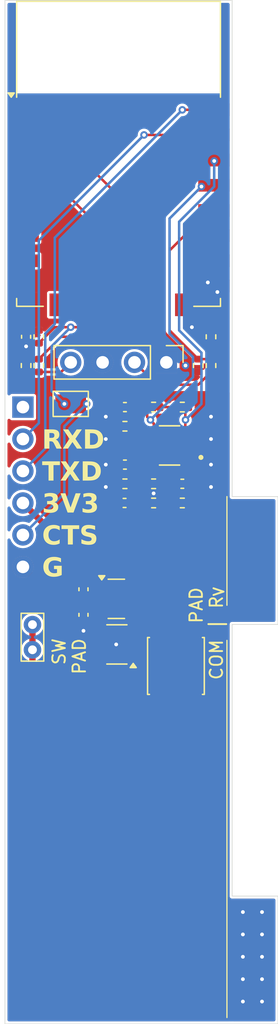
<source format=kicad_pcb>
(kicad_pcb (version 20240108) (generator "pcbnew") (generator_version "8.0")
  (layers (0 "F.Cu" signal) (31 "B.Cu" signal) (34 "B.Paste" user) (35 "F.Paste" user) (36 "B.SilkS" user "B.Silkscreen") (37 "F.SilkS" user "F.Silkscreen") (38 "B.Mask" user) (39 "F.Mask" user) (44 "Edge.Cuts" user))
  (net 0 "")
  (net 1 "/DIFFAMP/3v3")
  (net 2 "GND")
  (net 3 "/DIFFAMP/vdda")
  (net 4 "/ESP/ext")
  (net 5 "Net-(U3-VOUT)")
  (net 6 "/DIFFAMP/scl")
  (net 7 "/DIFFAMP/sda")
  (net 8 "Net-(J2-Pin_2)")
  (net 9 "Net-(L1-Pad1)")
  (net 10 "/DIFFAMP/wneg")
  (net 11 "/DIFFAMP/wpos")
  (net 12 "/ESP/en")
  (net 13 "/ESP/nRST")
  (net 14 "/ESP/G2")
  (net 15 "/ESP/G0")
  (net 23 "/ESP/conn_uart_rxd")
  (net 28 "/ESP/uart_cts")
  (net 29 "/ESP/conn_uart_txd")
  (net 30 "Net-(J2-Pin_4)")
  (net 31 "/ESP/G15")
  (net 34 "Net-(U3-SW)")
  (net 35 "Net-(R12-Pad2)")
  (net 36 "Net-(BT1-Pad-)")
  (net 37 "Net-(BT1-Pad+)")
  (footprint "Capacitor_SMD:C_0402_1005Metric" (layer "F.Cu") (at 138.43 90.424)
    (property "Reference" "C5" (hide yes))
    (property "Value" "C100n" (hide yes))
    (fp_line (start -0.107836 -0.36) (end 0.107836 -0.36) (stroke (width 0.12)) (layer "F.SilkS"))
    (fp_line (start -0.107836 0.36) (end 0.107836 0.36) (stroke (width 0.12)) (layer "F.SilkS"))
    (pad "1" smd roundrect (at -0.48 0) (size 0.56 0.62) (layers "F.Cu" "F.Paste" "F.Mask") (net 10 "/DIFFAMP/wneg"))
    (pad "2" smd roundrect (at 0.48 0) (size 0.56 0.62) (layers "F.Cu" "F.Paste" "F.Mask") (net 11 "/DIFFAMP/wpos"))
  )
  (footprint "Resistor_SMD:R_0402_1005Metric" (layer "F.Cu") (at 136.144 84.328)
    (property "Reference" "R3" (hide yes))
    (property "Value" "R4k7" (hide yes))
    (fp_line (start -0.153641 -0.38) (end 0.153641 -0.38) (stroke (width 0.12)) (layer "F.SilkS"))
    (fp_line (start -0.153641 0.38) (end 0.153641 0.38) (stroke (width 0.12)) (layer "F.SilkS"))
    (pad "1" smd roundrect (at -0.51 0) (size 0.54 0.64) (layers "F.Cu" "F.Paste" "F.Mask") (net 7 "/DIFFAMP/sda"))
    (pad "2" smd roundrect (at 0.51 0) (size 0.54 0.64) (layers "F.Cu" "F.Paste" "F.Mask") (net 1 "/DIFFAMP/3v3"))
  )
  (footprint "RF_Module:ESP-12E" (layer "F.Cu") (at 133.35 64.2)
    (property "Reference" "U1" (hide yes))
    (property "Value" "ESP-12F" (hide yes))
    (fp_line (start -8.12 -12.12) (end 8.12 -12.12) (stroke (width 0.12)) (layer "F.SilkS"))
    (fp_line (start -8.12 -4.5) (end -8.12 -12.12) (stroke (width 0.12)) (layer "F.SilkS"))
    (fp_line (start -8.12 12.12) (end -8.12 11.5) (stroke (width 0.12)) (layer "F.SilkS"))
    (fp_line (start -6 12.12) (end -8.12 12.12) (stroke (width 0.12)) (layer "F.SilkS"))
    (fp_line (start 8.12 -12.12) (end 8.12 -4.5) (stroke (width 0.12)) (layer "F.SilkS"))
    (fp_line (start 8.12 11.5) (end 8.12 12.12) (stroke (width 0.12)) (layer "F.SilkS"))
    (fp_line (start 8.12 12.12) (end 6 12.12) (stroke (width 0.12)) (layer "F.SilkS"))
    (fp_poly (pts (xy -8.55 -4.5) (xy -8.79 -4.836) (xy -8.31 -4.836) (xy -8.55 -4.5)) (stroke (width 0.12)) (fill solid) (layer "F.SilkS"))
    (pad "1" smd rect (at -7.6 -3.5) (size 2.5 1) (layers "F.Cu" "F.Paste" "F.Mask") (net 13 "/ESP/nRST"))
    (pad "2" smd rect (at -7.6 -1.5) (size 2.5 1) (layers "F.Cu" "F.Paste" "F.Mask"))
    (pad "3" smd rect (at -7.6 0.5) (size 2.5 1) (layers "F.Cu" "F.Paste" "F.Mask") (net 12 "/ESP/en"))
    (pad "4" smd rect (at -7.6 2.5) (size 2.5 1) (layers "F.Cu" "F.Paste" "F.Mask"))
    (pad "5" smd rect (at -7.6 4.5) (size 2.5 1) (layers "F.Cu" "F.Paste" "F.Mask"))
    (pad "6" smd rect (at -7.6 6.5) (size 2.5 1) (layers "F.Cu" "F.Paste" "F.Mask"))
    (pad "7" smd rect (at -7.6 8.5) (size 2.5 1) (layers "F.Cu" "F.Paste" "F.Mask"))
    (pad "8" smd rect (at -7.6 10.5) (size 2.5 1) (layers "F.Cu" "F.Paste" "F.Mask") (net 1 "/DIFFAMP/3v3"))
    (pad "9" smd rect (at -5 12) (size 1 1.8) (layers "F.Cu" "F.Paste" "F.Mask"))
    (pad "10" smd rect (at -3 12) (size 1 1.8) (layers "F.Cu" "F.Paste" "F.Mask"))
    (pad "11" smd rect (at -1 12) (size 1 1.8) (layers "F.Cu" "F.Paste" "F.Mask"))
    (pad "12" smd rect (at 1 12) (size 1 1.8) (layers "F.Cu" "F.Paste" "F.Mask"))
    (pad "13" smd rect (at 3 12) (size 1 1.8) (layers "F.Cu" "F.Paste" "F.Mask"))
    (pad "14" smd rect (at 5 12) (size 1 1.8) (layers "F.Cu" "F.Paste" "F.Mask"))
    (pad "15" smd rect (at 7.6 10.5) (size 2.5 1) (layers "F.Cu" "F.Paste" "F.Mask") (net 2 "GND"))
    (pad "16" smd rect (at 7.6 8.5) (size 2.5 1) (layers "F.Cu" "F.Paste" "F.Mask") (net 31 "/ESP/G15"))
    (pad "17" smd rect (at 7.6 6.5) (size 2.5 1) (layers "F.Cu" "F.Paste" "F.Mask") (net 14 "/ESP/G2"))
    (pad "18" smd rect (at 7.6 4.5) (size 2.5 1) (layers "F.Cu" "F.Paste" "F.Mask") (net 15 "/ESP/G0"))
    (pad "19" smd rect (at 7.6 2.5) (size 2.5 1) (layers "F.Cu" "F.Paste" "F.Mask") (net 7 "/DIFFAMP/sda"))
    (pad "20" smd rect (at 7.6 0.5) (size 2.5 1) (layers "F.Cu" "F.Paste" "F.Mask") (net 6 "/DIFFAMP/scl"))
    (pad "21" smd rect (at 7.6 -1.5) (size 2.5 1) (layers "F.Cu" "F.Paste" "F.Mask") (net 23 "/ESP/conn_uart_rxd"))
    (pad "22" smd rect (at 7.6 -3.5) (size 2.5 1) (layers "F.Cu" "F.Paste" "F.Mask") (net 29 "/ESP/conn_uart_txd"))
    (zone (net 0) (net_name "") (layers "*.Cu") (connect_pads (clearance 0)) (min_thickness 0.254)
      (keepout (tracks not_allowed) (vias not_allowed) (pads not_allowed) (copperpour not_allowed) (footprints not_allowed))
      (fill (thermal_gap 0.508) (thermal_bridge_width 0.508))
      (polygon (pts (xy 125.23 59.4) (xy 141.47 59.4) (xy 141.47 52.08) (xy 125.23 52.08)))
    )
  )
  (footprint "aaafootprintlib:BS-08-B2AA001" (layer "F.Cu") (at 134.62 118.11 90)
    (property "Reference" "BT1" (hide yes))
    (property "Value" "BS-08-B2AA001" (hide yes))
    (pad "+" smd rect (at 10.8 -1.4 90) (size 3.5 3.8) (layers "F.Cu" "F.Paste" "F.Mask") (net 37 "Net-(BT1-Pad+)"))
    (pad "-" smd rect (at -11 -1.4 90) (size 4.3 2.8) (layers "F.Cu" "F.Paste" "F.Mask") (net 36 "Net-(BT1-Pad-)"))
  )
  (footprint "Capacitor_SMD:C_0402_1005Metric" (layer "F.Cu") (at 133.858 88.9 180)
    (property "Reference" "C3" (hide yes))
    (property "Value" "C1u" (hide yes))
    (fp_line (start -0.107836 0.36) (end 0.107836 0.36) (stroke (width 0.12)) (layer "F.SilkS"))
    (fp_line (start -0.107836 -0.36) (end 0.107836 -0.36) (stroke (width 0.12)) (layer "F.SilkS"))
    (pad "1" smd roundrect (at -0.48 0 180) (size 0.56 0.62) (layers "F.Cu" "F.Paste" "F.Mask") (net 3 "/DIFFAMP/vdda"))
    (pad "2" smd roundrect (at 0.48 0 180) (size 0.56 0.62) (layers "F.Cu" "F.Paste" "F.Mask") (net 2 "GND"))
  )
  (footprint "Package_TO_SOT_SMD:SOT-23-5" (layer "F.Cu") (at 133.2175 103.19 180)
    (property "Reference" "U3" (hide yes))
    (property "Value" "TPS613221ADBV" (hide yes))
    (fp_line (start 0 1.56) (end 0.8 1.56) (stroke (width 0.12)) (layer "F.SilkS"))
    (fp_line (start 0 1.56) (end -0.8 1.56) (stroke (width 0.12)) (layer "F.SilkS"))
    (fp_line (start 0 -1.56) (end 0.8 -1.56) (stroke (width 0.12)) (layer "F.SilkS"))
    (fp_line (start 0 -1.56) (end -0.8 -1.56) (stroke (width 0.12)) (layer "F.SilkS"))
    (fp_poly (pts (xy -1.3 -1.51) (xy -1.54 -1.84) (xy -1.06 -1.84) (xy -1.3 -1.51)) (stroke (width 0.12)) (fill solid) (layer "F.SilkS"))
    (pad "1" smd roundrect (at -1.1375 -0.95 180) (size 1.325 0.6) (layers "F.Cu" "F.Paste" "F.Mask") (net 34 "Net-(U3-SW)"))
    (pad "2" smd roundrect (at -1.1375 0 180) (size 1.325 0.6) (layers "F.Cu" "F.Paste" "F.Mask") (net 2 "GND"))
    (pad "3" smd roundrect (at -1.1375 0.95 180) (size 1.325 0.6) (layers "F.Cu" "F.Paste" "F.Mask"))
    (pad "4" smd roundrect (at 1.1375 0.95 180) (size 1.325 0.6) (layers "F.Cu" "F.Paste" "F.Mask") (net 5 "Net-(U3-VOUT)"))
    (pad "5" smd roundrect (at 1.1375 -0.95 180) (size 1.325 0.6) (layers "F.Cu" "F.Paste" "F.Mask"))
  )
  (footprint "Resistor_SMD:R_0402_1005Metric" (layer "F.Cu") (at 133.858 85.852 180)
    (property "Reference" "R1" (hide yes))
    (property "Value" "R330" (hide yes))
    (fp_line (start -0.153641 0.38) (end 0.153641 0.38) (stroke (width 0.12)) (layer "F.SilkS"))
    (fp_line (start -0.153641 -0.38) (end 0.153641 -0.38) (stroke (width 0.12)) (layer "F.SilkS"))
    (pad "1" smd roundrect (at -0.51 0 180) (size 0.54 0.64) (layers "F.Cu" "F.Paste" "F.Mask") (net 1 "/DIFFAMP/3v3"))
    (pad "2" smd roundrect (at 0.51 0 180) (size 0.54 0.64) (layers "F.Cu" "F.Paste" "F.Mask") (net 9 "Net-(L1-Pad1)"))
  )
  (footprint "Capacitor_SMD:C_0402_1005Metric" (layer "F.Cu") (at 133.83 91.948 180)
    (property "Reference" "C2" (hide yes))
    (property "Value" "C100n" (hide yes))
    (fp_line (start -0.107836 0.36) (end 0.107836 0.36) (stroke (width 0.12)) (layer "F.SilkS"))
    (fp_line (start -0.107836 -0.36) (end 0.107836 -0.36) (stroke (width 0.12)) (layer "F.SilkS"))
    (pad "1" smd roundrect (at -0.48 0 180) (size 0.56 0.62) (layers "F.Cu" "F.Paste" "F.Mask") (net 3 "/DIFFAMP/vdda"))
    (pad "2" smd roundrect (at 0.48 0 180) (size 0.56 0.62) (layers "F.Cu" "F.Paste" "F.Mask") (net 2 "GND"))
  )
  (footprint "Resistor_SMD:R_0402_1005Metric" (layer "F.Cu") (at 127 81.026 -90)
    (property "Reference" "R11" (hide yes))
    (property "Value" "R330" (hide yes))
    (fp_line (start -0.153641 0.38) (end 0.153641 0.38) (stroke (width 0.12)) (layer "F.SilkS"))
    (fp_line (start -0.153641 -0.38) (end 0.153641 -0.38) (stroke (width 0.12)) (layer "F.SilkS"))
    (pad "1" smd roundrect (at -0.51 0 270) (size 0.54 0.64) (layers "F.Cu" "F.Paste" "F.Mask") (net 13 "/ESP/nRST"))
    (pad "2" smd roundrect (at 0.51 0 270) (size 0.54 0.64) (layers "F.Cu" "F.Paste" "F.Mask") (net 30 "Net-(J2-Pin_4)"))
  )
  (footprint "Capacitor_SMD:C_0402_1005Metric" (layer "F.Cu") (at 130.556 100.838 -90)
    (property "Reference" "C6" (hide yes))
    (property "Value" "C100n" (hide yes))
    (fp_line (start -0.107836 0.36) (end 0.107836 0.36) (stroke (width 0.12)) (layer "F.SilkS"))
    (fp_line (start -0.107836 -0.36) (end 0.107836 -0.36) (stroke (width 0.12)) (layer "F.SilkS"))
    (pad "1" smd roundrect (at -0.48 0 270) (size 0.56 0.62) (layers "F.Cu" "F.Paste" "F.Mask") (net 5 "Net-(U3-VOUT)"))
    (pad "2" smd roundrect (at 0.48 0 270) (size 0.56 0.62) (layers "F.Cu" "F.Paste" "F.Mask") (net 2 "GND"))
  )
  (footprint "Resistor_SMD:R_0402_1005Metric" (layer "F.Cu") (at 136.144 90.424 180)
    (property "Reference" "R5" (hide yes))
    (property "Value" "R22k" (hide yes))
    (fp_line (start -0.153641 0.38) (end 0.153641 0.38) (stroke (width 0.12)) (layer "F.SilkS"))
    (fp_line (start -0.153641 -0.38) (end 0.153641 -0.38) (stroke (width 0.12)) (layer "F.SilkS"))
    (pad "1" smd roundrect (at -0.51 0 180) (size 0.54 0.64) (layers "F.Cu" "F.Paste" "F.Mask") (net 10 "/DIFFAMP/wneg"))
    (pad "2" smd roundrect (at 0.51 0 180) (size 0.54 0.64) (layers "F.Cu" "F.Paste" "F.Mask") (net 2 "GND"))
  )
  (footprint "Resistor_SMD:R_0402_1005Metric" (layer "F.Cu") (at 138.43 91.948)
    (property "Reference" "R12" (hide yes))
    (property "Value" "R100R" (hide yes))
    (fp_line (start -0.153641 -0.38) (end 0.153641 -0.38) (stroke (width 0.12)) (layer "F.SilkS"))
    (fp_line (start -0.153641 0.38) (end 0.153641 0.38) (stroke (width 0.12)) (layer "F.SilkS"))
    (pad "1" smd roundrect (at -0.51 0) (size 0.54 0.64) (layers "F.Cu" "F.Paste" "F.Mask") (net 11 "/DIFFAMP/wpos"))
    (pad "2" smd roundrect (at 0.51 0) (size 0.54 0.64) (layers "F.Cu" "F.Paste" "F.Mask") (net 35 "Net-(R12-Pad2)"))
  )
  (footprint "Resistor_SMD:R_0402_1005Metric" (layer "F.Cu") (at 140.716 78.74 -90)
    (property "Reference" "R9" (hide yes))
    (property "Value" "R4k7" (hide yes))
    (fp_line (start -0.153641 0.38) (end 0.153641 0.38) (stroke (width 0.12)) (layer "F.SilkS"))
    (fp_line (start -0.153641 -0.38) (end 0.153641 -0.38) (stroke (width 0.12)) (layer "F.SilkS"))
    (pad "1" smd roundrect (at -0.51 0 270) (size 0.54 0.64) (layers "F.Cu" "F.Paste" "F.Mask") (net 31 "/ESP/G15"))
    (pad "2" smd roundrect (at 0.51 0 270) (size 0.54 0.64) (layers "F.Cu" "F.Paste" "F.Mask") (net 2 "GND"))
  )
  (footprint "Package_TO_SOT_SMD:SOT-23" (layer "F.Cu") (at 133.1745 99.568)
    (property "Reference" "D1" (hide yes))
    (property "Value" "BAT54C-7-F" (hide yes))
    (fp_line (start 0 -1.56) (end -0.65 -1.56) (stroke (width 0.12)) (layer "F.SilkS"))
    (fp_line (start 0 -1.56) (end 0.65 -1.56) (stroke (width 0.12)) (layer "F.SilkS"))
    (fp_line (start 0 1.56) (end -0.65 1.56) (stroke (width 0.12)) (layer "F.SilkS"))
    (fp_line (start 0 1.56) (end 0.65 1.56) (stroke (width 0.12)) (layer "F.SilkS"))
    (fp_poly (pts (xy -1.1625 -1.51) (xy -1.4025 -1.84) (xy -0.9225 -1.84) (xy -1.1625 -1.51)) (stroke (width 0.12)) (fill solid) (layer "F.SilkS"))
    (pad "1" smd roundrect (at -0.9375 -0.95) (size 1.475 0.6) (layers "F.Cu" "F.Paste" "F.Mask") (net 4 "/ESP/ext"))
    (pad "2" smd roundrect (at -0.9375 0.95) (size 1.475 0.6) (layers "F.Cu" "F.Paste" "F.Mask") (net 5 "Net-(U3-VOUT)"))
    (pad "3" smd roundrect (at 0.9375 0) (size 1.475 0.6) (layers "F.Cu" "F.Paste" "F.Mask") (net 1 "/DIFFAMP/3v3"))
  )
  (footprint "Connector_PinHeader_2.54mm:PinHeader_1x04_P2.54mm_Vertical" (layer "F.Cu") (at 137.16 80.772 -90)
    (property "Reference" "J2" (hide yes))
    (property "Value" "Conn_01x04_Pin" (hide yes))
    (fp_line (start -1.33 8.95) (end 1.33 8.95) (stroke (width 0.12)) (layer "F.SilkS"))
    (fp_line (start -1.33 1.27) (end -1.33 8.95) (stroke (width 0.12)) (layer "F.SilkS"))
    (fp_line (start -1.33 1.27) (end 1.33 1.27) (stroke (width 0.12)) (layer "F.SilkS"))
    (fp_line (start 1.33 1.27) (end 1.33 8.95) (stroke (width 0.12)) (layer "F.SilkS"))
    (fp_line (start -1.33 0) (end -1.33 -1.33) (stroke (width 0.12)) (layer "F.SilkS"))
    (fp_line (start -1.33 -1.33) (end 0 -1.33) (stroke (width 0.12)) (layer "F.SilkS"))
    (pad "1" thru_hole rect (at 0 0 270) (size 1.7 1.7) (drill 1) (layers "*.Cu" "*.Mask") (net 2 "GND"))
    (pad "2" thru_hole oval (at 0 2.54 270) (size 1.7 1.7) (drill 1) (layers "*.Cu" "*.Mask") (net 8 "Net-(J2-Pin_2)"))
    (pad "3" thru_hole oval (at 0 5.08 270) (size 1.7 1.7) (drill 1) (layers "*.Cu" "*.Mask") (net 2 "GND"))
    (pad "4" thru_hole oval (at 0 7.62 270) (size 1.7 1.7) (drill 1) (layers "*.Cu" "*.Mask") (net 30 "Net-(J2-Pin_4)"))
  )
  (footprint "Capacitor_SMD:C_0402_1005Metric" (layer "F.Cu") (at 130.556 98.806 -90)
    (property "Reference" "C7" (hide yes))
    (property "Value" "C100n" (hide yes))
    (fp_line (start -0.107836 0.36) (end 0.107836 0.36) (stroke (width 0.12)) (layer "F.SilkS"))
    (fp_line (start -0.107836 -0.36) (end 0.107836 -0.36) (stroke (width 0.12)) (layer "F.SilkS"))
    (pad "1" smd roundrect (at -0.48 0 270) (size 0.56 0.62) (layers "F.Cu" "F.Paste" "F.Mask") (net 4 "/ESP/ext"))
    (pad "2" smd roundrect (at 0.48 0 270) (size 0.56 0.62) (layers "F.Cu" "F.Paste" "F.Mask") (net 2 "GND"))
  )
  (footprint "Resistor_SMD:R_0402_1005Metric" (layer "F.Cu") (at 140.716 81.026 -90)
    (property "Reference" "R14" (hide yes))
    (property "Value" "R330" (hide yes))
    (fp_line (start -0.153641 0.38) (end 0.153641 0.38) (stroke (width 0.12)) (layer "F.SilkS"))
    (fp_line (start -0.153641 -0.38) (end 0.153641 -0.38) (stroke (width 0.12)) (layer "F.SilkS"))
    (pad "1" smd roundrect (at -0.51 0 270) (size 0.54 0.64) (layers "F.Cu" "F.Paste" "F.Mask") (net 15 "/ESP/G0"))
    (pad "2" smd roundrect (at 0.51 0 270) (size 0.54 0.64) (layers "F.Cu" "F.Paste" "F.Mask") (net 8 "Net-(J2-Pin_2)"))
  )
  (footprint "Resistor_SMD:R_0402_1005Metric" (layer "F.Cu") (at 127 78.74 90)
    (property "Reference" "R7" (hide yes))
    (property "Value" "R4k7" (hide yes))
    (fp_line (start -0.153641 -0.38) (end 0.153641 -0.38) (stroke (width 0.12)) (layer "F.SilkS"))
    (fp_line (start -0.153641 0.38) (end 0.153641 0.38) (stroke (width 0.12)) (layer "F.SilkS"))
    (pad "1" smd roundrect (at -0.51 0 90) (size 0.54 0.64) (layers "F.Cu" "F.Paste" "F.Mask") (net 12 "/ESP/en"))
    (pad "2" smd roundrect (at 0.51 0 90) (size 0.54 0.64) (layers "F.Cu" "F.Paste" "F.Mask") (net 1 "/DIFFAMP/3v3"))
  )
  (footprint "Capacitor_SMD:C_0402_1005Metric" (layer "F.Cu") (at 125.984 78.74 -90)
    (property "Reference" "C4" (hide yes))
    (property "Value" "C100n" (hide yes))
    (fp_line (start -0.107836 0.36) (end 0.107836 0.36) (stroke (width 0.12)) (layer "F.SilkS"))
    (fp_line (start -0.107836 -0.36) (end 0.107836 -0.36) (stroke (width 0.12)) (layer "F.SilkS"))
    (pad "1" smd roundrect (at -0.48 0 270) (size 0.56 0.62) (layers "F.Cu" "F.Paste" "F.Mask") (net 1 "/DIFFAMP/3v3"))
    (pad "2" smd roundrect (at 0.48 0 270) (size 0.56 0.62) (layers "F.Cu" "F.Paste" "F.Mask") (net 2 "GND"))
  )
  (footprint "TestPoint:TestPoint_Bridge_Pitch2.0mm_Drill0.7mm" (layer "F.Cu") (at 126.492 103.616 90)
    (property "Reference" "TP3" (hide yes))
    (property "Value" "TestPoint_latch" (hide yes))
    (fp_line (start 2.9 -0.9) (end -0.9 -0.9) (stroke (width 0.12)) (layer "F.SilkS"))
    (fp_line (start -0.9 -0.9) (end -0.9 0.9) (stroke (width 0.12)) (layer "F.SilkS"))
    (fp_line (start 2.9 0.9) (end 2.9 -0.9) (stroke (width 0.12)) (layer "F.SilkS"))
    (fp_line (start -0.9 0.9) (end 2.9 0.9) (stroke (width 0.12)) (layer "F.SilkS"))
    (pad "1" thru_hole circle (at 0 0 90) (size 1.4 1.4) (drill 0.7) (layers "*.Cu" "*.Mask") (net 36 "Net-(BT1-Pad-)"))
    (pad "1" thru_hole circle (at 2 0 90) (size 1.4 1.4) (drill 0.7) (layers "*.Cu" "*.Mask") (net 36 "Net-(BT1-Pad-)"))
  )
  (footprint "Capacitor_SMD:C_0402_1005Metric" (layer "F.Cu") (at 133.858 84.328 180)
    (property "Reference" "C1" (hide yes))
    (property "Value" "C100n" (hide yes))
    (fp_line (start -0.107836 0.36) (end 0.107836 0.36) (stroke (width 0.12)) (layer "F.SilkS"))
    (fp_line (start -0.107836 -0.36) (end 0.107836 -0.36) (stroke (width 0.12)) (layer "F.SilkS"))
    (pad "1" smd roundrect (at -0.48 0 180) (size 0.56 0.62) (layers "F.Cu" "F.Paste" "F.Mask") (net 1 "/DIFFAMP/3v3"))
    (pad "2" smd roundrect (at 0.48 0 180) (size 0.56 0.62) (layers "F.Cu" "F.Paste" "F.Mask") (net 2 "GND"))
  )
  (footprint "Resistor_SMD:R_0402_1005Metric" (layer "F.Cu") (at 139.7 81.026 90)
    (property "Reference" "R13" (hide yes))
    (property "Value" "R22k" (hide yes))
    (fp_line (start -0.153641 -0.38) (end 0.153641 -0.38) (stroke (width 0.12)) (layer "F.SilkS"))
    (fp_line (start -0.153641 0.38) (end 0.153641 0.38) (stroke (width 0.12)) (layer "F.SilkS"))
    (pad "1" smd roundrect (at -0.51 0 90) (size 0.54 0.64) (layers "F.Cu" "F.Paste" "F.Mask") (net 1 "/DIFFAMP/3v3"))
    (pad "2" smd roundrect (at 0.51 0 90) (size 0.54 0.64) (layers "F.Cu" "F.Paste" "F.Mask") (net 15 "/ESP/G0"))
  )
  (footprint "Resistor_SMD:R_0402_1005Metric" (layer "F.Cu") (at 125.984 81.026 -90)
    (property "Reference" "R15" (hide yes))
    (property "Value" "R22k" (hide yes))
    (fp_line (start -0.153641 0.38) (end 0.153641 0.38) (stroke (width 0.12)) (layer "F.SilkS"))
    (fp_line (start -0.153641 -0.38) (end 0.153641 -0.38) (stroke (width 0.12)) (layer "F.SilkS"))
    (pad "1" smd roundrect (at -0.51 0 270) (size 0.54 0.64) (layers "F.Cu" "F.Paste" "F.Mask") (net 13 "/ESP/nRST"))
    (pad "2" smd roundrect (at 0.51 0 270) (size 0.54 0.64) (layers "F.Cu" "F.Paste" "F.Mask") (net 1 "/DIFFAMP/3v3"))
  )
  (footprint "Connector_PinHeader_2.54mm:PinHeader_1x06_P2.54mm_Vertical" (layer "F.Cu") (at 125.73 84.328)
    (property "Reference" "J1" (hide yes))
    (property "Value" "Conn_01x06_Pin" (hide yes))
    (pad "1" thru_hole rect (at 0 0) (size 1.7 1.7) (drill 1) (layers "*.Cu" "*.Mask"))
    (pad "2" thru_hole oval (at 0 2.54) (size 1.7 1.7) (drill 1) (layers "*.Cu" "*.Mask") (net 23 "/ESP/conn_uart_rxd"))
    (pad "3" thru_hole oval (at 0 5.08) (size 1.7 1.7) (drill 1) (layers "*.Cu" "*.Mask") (net 29 "/ESP/conn_uart_txd"))
    (pad "4" thru_hole oval (at 0 7.62) (size 1.7 1.7) (drill 1) (layers "*.Cu" "*.Mask") (net 4 "/ESP/ext"))
    (pad "5" thru_hole oval (at 0 10.16) (size 1.7 1.7) (drill 1) (layers "*.Cu" "*.Mask") (net 28 "/ESP/uart_cts"))
    (pad "6" thru_hole oval (at 0 12.7) (size 1.7 1.7) (drill 1) (layers "*.Cu" "*.Mask") (net 2 "GND"))
  )
  (footprint "Resistor_SMD:R_0402_1005Metric" (layer "F.Cu") (at 133.858 90.424)
    (property "Reference" "R4" (hide yes))
    (property "Value" "R68k" (hide yes))
    (fp_line (start -0.153641 -0.38) (end 0.153641 -0.38) (stroke (width 0.12)) (layer "F.SilkS"))
    (fp_line (start -0.153641 0.38) (end 0.153641 0.38) (stroke (width 0.12)) (layer "F.SilkS"))
    (pad "1" smd roundrect (at -0.51 0) (size 0.54 0.64) (layers "F.Cu" "F.Paste" "F.Mask") (net 3 "/DIFFAMP/vdda"))
    (pad "2" smd roundrect (at 0.51 0) (size 0.54 0.64) (layers "F.Cu" "F.Paste" "F.Mask") (net 10 "/DIFFAMP/wneg"))
  )
  (footprint "Resistor_SMD:R_0402_1005Metric" (layer "F.Cu") (at 138.43 84.328 180)
    (property "Reference" "R2" (hide yes))
    (property "Value" "R4k7" (hide yes))
    (fp_line (start -0.153641 0.38) (end 0.153641 0.38) (stroke (width 0.12)) (layer "F.SilkS"))
    (fp_line (start -0.153641 -0.38) (end 0.153641 -0.38) (stroke (width 0.12)) (layer "F.SilkS"))
    (pad "1" smd roundrect (at -0.51 0 180) (size 0.54 0.64) (layers "F.Cu" "F.Paste" "F.Mask") (net 6 "/DIFFAMP/scl"))
    (pad "2" smd roundrect (at 0.51 0 180) (size 0.54 0.64) (layers "F.Cu" "F.Paste" "F.Mask") (net 1 "/DIFFAMP/3v3"))
  )
  (footprint "Inductor_SMD:L_0402_1005Metric" (layer "F.Cu") (at 133.858 87.376)
    (property "Reference" "L1" (hide yes))
    (property "Value" "Lf" (hide yes))
    (pad "1" smd roundrect (at -0.485 0) (size 0.59 0.64) (layers "F.Cu" "F.Paste" "F.Mask") (net 9 "Net-(L1-Pad1)"))
    (pad "2" smd roundrect (at 0.485 0) (size 0.59 0.64) (layers "F.Cu" "F.Paste" "F.Mask") (net 3 "/DIFFAMP/vdda"))
  )
  (footprint "aaafootprintlib:SOT95P280X145-6N" (layer "F.Cu") (at 137.414 87.376 180)
    (property "Reference" "U2" (hide yes))
    (property "Value" "ADS1110A0IDBVR" (hide yes))
    (fp_line (start 0.8 -1.56) (end -0.8 -1.56) (stroke (width 0.127)) (layer "F.SilkS"))
    (fp_line (start -0.8 1.56) (end 0.8 1.56) (stroke (width 0.127)) (layer "F.SilkS"))
    (fp_circle (center -2.5 -0.95) (end -2.4 -0.95) (stroke (width 0.2)) (fill none) (layer "F.SilkS"))
    (pad "1" smd roundrect (at -1.255 -0.95 180) (size 1.21 0.58) (layers "F.Cu" "F.Paste" "F.Mask") (roundrect_rratio 0.125) (net 11 "/DIFFAMP/wpos"))
    (pad "2" smd roundrect (at -1.255 0 180) (size 1.21 0.58) (layers "F.Cu" "F.Paste" "F.Mask") (roundrect_rratio 0.125) (net 2 "GND"))
    (pad "3" smd roundrect (at -1.255 0.95 180) (size 1.21 0.58) (layers "F.Cu" "F.Paste" "F.Mask") (roundrect_rratio 0.125) (net 6 "/DIFFAMP/scl"))
    (pad "4" smd roundrect (at 1.255 0.95 180) (size 1.21 0.58) (layers "F.Cu" "F.Paste" "F.Mask") (roundrect_rratio 0.125) (net 7 "/DIFFAMP/sda"))
    (pad "5" smd roundrect (at 1.255 0 180) (size 1.21 0.58) (layers "F.Cu" "F.Paste" "F.Mask") (roundrect_rratio 0.125) (net 1 "/DIFFAMP/3v3"))
    (pad "6" smd roundrect (at 1.255 -0.95 180) (size 1.21 0.58) (layers "F.Cu" "F.Paste" "F.Mask") (roundrect_rratio 0.125) (net 10 "/DIFFAMP/wneg"))
  )
  (footprint "Jumper:SolderJumper-2_P1.3mm_Open_TrianglePad1.0x1.5mm" (layer "F.Cu") (at 129.54 84.074)
    (property "Reference" "JP1" (hide yes))
    (property "Value" "Jumper_2_Open" (hide yes))
    (fp_line (start -1.4 -1) (end 1.4 -1) (stroke (width 0.12)) (layer "F.SilkS"))
    (fp_line (start -1.4 1) (end -1.4 -1) (stroke (width 0.12)) (layer "F.SilkS"))
    (fp_line (start 1.4 -1) (end 1.4 1) (stroke (width 0.12)) (layer "F.SilkS"))
    (fp_line (start 1.4 1) (end -1.4 1) (stroke (width 0.12)) (layer "F.SilkS"))
    (pad "1" smd custom (at -0.725 0) (size 0.3 0.3) (layers "F.Cu" "F.Mask") (net 12 "/ESP/en") (options (clearance outline) (anchor rect)) (primitives (gr_poly (pts (xy 1 0) (xy 0.5 0.75) (xy -0.5 0.75) (xy -0.5 -0.75) (xy 0.5 -0.75)) (width 0) (fill yes))))
    (pad "2" smd custom (at 0.725 0) (size 0.3 0.3) (layers "F.Cu" "F.Mask") (net 28 "/ESP/uart_cts") (options (clearance outline) (anchor rect)) (primitives (gr_poly (pts (xy 0.5 0.75) (xy -0.65 0.75) (xy -0.15 0) (xy -0.65 -0.75) (xy 0.5 -0.75)) (width 0) (fill yes))))
  )
  (footprint "Inductor_SMD:L_Changjiang_FNR4030S" (layer "F.Cu") (at 137.922 104.902 90)
    (property "Reference" "L2" (hide yes))
    (property "Value" "FNR4030S4R7MT" (hide yes))
    (fp_line (start 2.26 -2.26) (end 2.26 -2.11) (stroke (width 0.12)) (layer "F.SilkS"))
    (fp_line (start -2.26 -2.26) (end 2.26 -2.26) (stroke (width 0.12)) (layer "F.SilkS"))
    (fp_line (start -2.26 -2.26) (end -2.26 -2.11) (stroke (width 0.12)) (layer "F.SilkS"))
    (fp_line (start 2.26 2.26) (end 2.26 2.11) (stroke (width 0.12)) (layer "F.SilkS"))
    (fp_line (start -2.26 2.26) (end -2.26 2.11) (stroke (width 0.12)) (layer "F.SilkS"))
    (fp_line (start -2.26 2.26) (end 2.26 2.26) (stroke (width 0.12)) (layer "F.SilkS"))
    (pad "1" smd rect (at -1.5 0 90) (size 1.1 3.7) (layers "F.Cu" "F.Paste" "F.Mask") (net 37 "Net-(BT1-Pad+)"))
    (pad "2" smd rect (at 1.5 0 90) (size 1.1 3.7) (layers "F.Cu" "F.Paste" "F.Mask") (net 34 "Net-(U3-SW)"))
  )
  (footprint "Resistor_SMD:R_0402_1005Metric" (layer "F.Cu") (at 136.144 91.948)
    (property "Reference" "R6" (hide yes))
    (property "Value" "R47k" (hide yes))
    (fp_line (start -0.153641 -0.38) (end 0.153641 -0.38) (stroke (width 0.12)) (layer "F.SilkS"))
    (fp_line (start -0.153641 0.38) (end 0.153641 0.38) (stroke (width 0.12)) (layer "F.SilkS"))
    (pad "1" smd roundrect (at -0.51 0) (size 0.54 0.64) (layers "F.Cu" "F.Paste" "F.Mask") (net 3 "/DIFFAMP/vdda"))
    (pad "2" smd roundrect (at 0.51 0) (size 0.54 0.64) (layers "F.Cu" "F.Paste" "F.Mask") (net 11 "/DIFFAMP/wpos"))
  )
  (gr_line (start 141.986 102.87) (end 141.986 132.842) (stroke (width 0.1)) (layer "F.SilkS"))
  (gr_line (start 141.986 100.076) (end 141.986 91.44) (stroke (width 0.1)) (layer "F.SilkS"))
  (gr_line (start 142.4 52) (end 124.3 52) (stroke (width 0.05)) (layer "Edge.Cuts"))
  (gr_line (start 142.4 123.19) (end 146.05 123.19) (stroke (width 0.05)) (layer "Edge.Cuts"))
  (gr_line (start 124.3 52) (end 124.3 133.35) (stroke (width 0.05)) (layer "Edge.Cuts"))
  (gr_line (start 142.4 52) (end 142.4 91.44) (stroke (width 0.05)) (layer "Edge.Cuts"))
  (gr_line (start 142.4 91.44) (end 146.05 91.44) (stroke (width 0.05)) (layer "Edge.Cuts"))
  (gr_line (start 142.4 101.6) (end 146.05 101.6) (stroke (width 0.05)) (layer "Edge.Cuts"))
  (gr_line (start 142.4 101.6) (end 142.4 123.19) (stroke (width 0.05)) (layer "Edge.Cuts"))
  (gr_line (start 146.05 91.44) (end 146.05 101.6) (stroke (width 0.05)) (layer "Edge.Cuts"))
  (gr_line (start 124.3 133.35) (end 146.05 133.35) (stroke (width 0.05)) (layer "Edge.Cuts"))
  (gr_line (start 146.05 133.35) (end 146.05 123.19) (stroke (width 0.05)) (layer "Edge.Cuts"))
  (gr_text "RXD" (at 127.254 87.884 0) (layer "F.SilkS") (effects (font (size 1.5 1.5) (thickness 0.3) (bold yes)) (justify left bottom)))
  (gr_text "TXD" (at 127.254 90.424 0) (layer "F.SilkS") (effects (font (size 1.5 1.5) (thickness 0.3) (bold yes)) (justify left bottom)))
  (gr_text "3V3" (at 127.254 92.964 0) (layer "F.SilkS") (effects (font (size 1.5 1.5) (thickness 0.3) (bold yes)) (justify left bottom)))
  (gr_text "PAD\nCOM | R_{V}" (at 141.732 98.552 90) (layer "F.SilkS") (effects (font (size 1 1)) (justify right bottom)))
  (gr_text "G\n" (at 127.254 98.044 0) (layer "F.SilkS") (effects (font (size 1.5 1.5) (thickness 0.3) (bold yes)) (justify left bottom)))
  (gr_text "CTS" (at 127.254 95.504 0) (layer "F.SilkS") (effects (font (size 1.5 1.5) (thickness 0.3) (bold yes)) (justify left bottom)))
  (gr_text "SW\nPAD" (at 130.81 102.616 90) (layer "F.SilkS") (effects (font (size 1 1)) (justify right bottom)))
  (segment (start 136.654 84.328) (end 137.92 84.328) (width 0.2) (layer "F.Cu") (net 1))
  (segment (start 125.984 78.26) (end 125.702 78.26) (width 0.2) (layer "F.Cu") (net 1))
  (segment (start 139.194 81.536) (end 139.7 81.536) (width 0.2) (layer "F.Cu") (net 1))
  (segment (start 134.874 83.312) (end 135.638 83.312) (width 0.2) (layer "F.Cu") (net 1))
  (segment (start 125.222 78.74) (end 125.222 81.027) (width 0.2) (layer "F.Cu") (net 1))
  (segment (start 125.702 78.26) (end 125.222 78.74) (width 0.2) (layer "F.Cu") (net 1))
  (segment (start 127 78.23) (end 126.014 78.23) (width 0.2) (layer "F.Cu") (net 1))
  (segment (start 134.338 83.848) (end 134.874 83.312) (width 0.2) (layer "F.Cu") (net 1))
  (segment (start 134.338 85.822) (end 134.368 85.852) (width 0.2) (layer "F.Cu") (net 1))
  (segment (start 134.368 85.913802) (end 134.368 85.852) (width 0.2) (layer "F.Cu") (net 1))
  (segment (start 136.159 87.376) (end 135.830198 87.376) (width 0.2) (layer "F.Cu") (net 1))
  (segment (start 138.684 81.026) (end 139.194 81.536) (width 0.2) (layer "F.Cu") (net 1))
  (segment (start 125.222 81.027) (end 125.731 81.536) (width 0.2) (layer "F.Cu") (net 1))
  (segment (start 126.014 78.23) (end 125.984 78.26) (width 0.2) (layer "F.Cu") (net 1))
  (segment (start 125.731 81.536) (end 125.984 81.536) (width 0.2) (layer "F.Cu") (net 1))
  (segment (start 135.638 83.312) (end 136.654 84.328) (width 0.2) (layer "F.Cu") (net 1))
  (segment (start 134.338 84.328) (end 134.338 83.848) (width 0.2) (layer "F.Cu") (net 1))
  (segment (start 134.338 84.328) (end 134.338 85.822) (width 0.2) (layer "F.Cu") (net 1))
  (segment (start 135.830198 87.376) (end 134.368 85.913802) (width 0.2) (layer "F.Cu") (net 1))
  (via (at 138.684 81.026) (size 0.6) (drill 0.3) (layers "F.Cu" "B.Cu") (net 1))
  (segment (start 130.556 101.318) (end 130.556 102.108) (width 0.5) (layer "F.Cu") (net 2))
  (segment (start 136.144 91.186) (end 136.144 90.934) (width 0.2) (layer "F.Cu") (net 2))
  (segment (start 129.796 100.867999) (end 129.796 99.286) (width 0.5) (layer "F.Cu") (net 2))
  (segment (start 133.162 103.19) (end 131.514816 103.19) (width 0.5) (layer "F.Cu") (net 2))
  (segment (start 127.988 99.286) (end 125.73 97.028) (width 0.5) (layer "F.Cu") (net 2))
  (segment (start 129.796 99.286) (end 130.556 99.286) (width 0.5) (layer "F.Cu") (net 2))
  (segment (start 130.556 99.286) (end 127.988 99.286) (width 0.5) (layer "F.Cu") (net 2))
  (segment (start 136.144 90.934) (end 135.634 90.424) (width 0.2) (layer "F.Cu") (net 2))
  (segment (start 140.464 79.25) (end 140.716 79.25) (width 0.2) (layer "F.Cu") (net 2))
  (segment (start 130.246001 101.318) (end 129.796 100.867999) (width 0.5) (layer "F.Cu") (net 2))
  (segment (start 133.162 103.19) (end 134.355 103.19) (width 0.5) (layer "F.Cu") (net 2))
  (segment (start 130.556 101.318) (end 130.246001 101.318) (width 0.5) (layer "F.Cu") (net 2))
  (segment (start 130.556 102.231184) (end 130.556 102.108) (width 0.5) (layer "F.Cu") (net 2))
  (segment (start 131.514816 103.19) (end 130.556 102.231184) (width 0.5) (layer "F.Cu") (net 2))
  (segment (start 139.192 77.978) (end 140.464 79.25) (width 0.2) (layer "F.Cu") (net 2))
  (via (at 132.334 86.868) (size 0.6) (drill 0.3) (layers "F.Cu" "B.Cu") (net 2))
  (via (at 144.78 126.238) (size 0.6) (drill 0.3) (layers "F.Cu" "B.Cu") (net 2))
  (via (at 144.78 124.46) (size 0.6) (drill 0.3) (layers "F.Cu" "B.Cu") (net 2))
  (via (at 144.78 131.572) (size 0.6) (drill 0.3) (layers "F.Cu" "B.Cu") (net 2))
  (via (at 132.334 90.678) (size 0.6) (drill 0.3) (layers "F.Cu" "B.Cu") (net 2))
  (via (at 141.224 75.184) (size 0.6) (drill 0.3) (layers "F.Cu" "B.Cu") (net 2))
  (via (at 132.334 88.9) (size 0.6) (drill 0.3) (layers "F.Cu" "B.Cu") (net 2))
  (via (at 144.78 129.794) (size 0.6) (drill 0.3) (layers "F.Cu" "B.Cu") (net 2))
  (via (at 136.144 91.186) (size 0.6) (drill 0.3) (layers "F.Cu" "B.Cu") (net 2))
  (via (at 140.462 74.422) (size 0.6) (drill 0.3) (layers "F.Cu" "B.Cu") (net 2))
  (via (at 144.78 128.016) (size 0.6) (drill 0.3) (layers "F.Cu" "B.Cu") (net 2))
  (via (at 140.716 90.678) (size 0.6) (drill 0.3) (layers "F.Cu" "B.Cu") (net 2))
  (via (at 133.162 103.19) (size 0.6) (drill 0.3) (layers "F.Cu" "B.Cu") (net 2))
  (via (at 125.984 79.502) (size 0.6) (drill 0.3) (layers "F.Cu" "B.Cu") (net 2))
  (via (at 143.256 129.794) (size 0.6) (drill 0.3) (layers "F.Cu" "B.Cu") (net 2))
  (via (at 143.256 126.238) (size 0.6) (drill 0.3) (layers "F.Cu" "B.Cu") (net 2))
  (via (at 139.192 77.978) (size 0.6) (drill 0.3) (layers "F.Cu" "B.Cu") (net 2))
  (via (at 132.334 85.09) (size 0.6) (drill 0.3) (layers "F.Cu" "B.Cu") (net 2))
  (via (at 140.716 86.868) (size 0.6) (drill 0.3) (layers "F.Cu" "B.Cu") (net 2))
  (via (at 130.556 102.108) (size 0.6) (drill 0.3) (layers "F.Cu" "B.Cu") (net 2))
  (via (at 140.716 85.09) (size 0.6) (drill 0.3) (layers "F.Cu" "B.Cu") (net 2))
  (via (at 140.716 88.9) (size 0.6) (drill 0.3) (layers "F.Cu" "B.Cu") (net 2))
  (via (at 143.256 124.46) (size 0.6) (drill 0.3) (layers "F.Cu" "B.Cu") (net 2))
  (via (at 143.256 128.016) (size 0.6) (drill 0.3) (layers "F.Cu" "B.Cu") (net 2))
  (via (at 143.256 131.572) (size 0.6) (drill 0.3) (layers "F.Cu" "B.Cu") (net 2))
  (segment (start 134.338 88.9) (end 134.338 87.381) (width 0.2) (layer "F.Cu") (net 3))
  (segment (start 133.348 89.89) (end 134.338 88.9) (width 0.2) (layer "F.Cu") (net 3))
  (segment (start 134.31 91.386) (end 133.348 90.424) (width 0.2) (layer "F.Cu") (net 3))
  (segment (start 134.31 91.948) (end 135.634 91.948) (width 0.2) (layer "F.Cu") (net 3))
  (segment (start 134.338 87.381) (end 134.343 87.376) (width 0.2) (layer "F.Cu") (net 3))
  (segment (start 134.31 91.948) (end 134.31 91.386) (width 0.2) (layer "F.Cu") (net 3))
  (segment (start 133.348 89.916) (end 133.348 90.424) (width 0.2) (layer "F.Cu") (net 3))
  (segment (start 130.556 98.326) (end 130.556 96.774) (width 0.5) (layer "F.Cu") (net 4))
  (segment (start 131.945 98.326) (end 130.556 98.326) (width 0.5) (layer "F.Cu") (net 4))
  (segment (start 132.237 98.618) (end 131.945 98.326) (width 0.5) (layer "F.Cu") (net 4))
  (segment (start 130.556 96.774) (end 125.73 91.948) (width 0.5) (layer "F.Cu") (net 4))
  (segment (start 132.08 102.24) (end 132.08 100.675) (width 0.5) (layer "F.Cu") (net 5))
  (segment (start 132.077 100.358) (end 132.237 100.518) (width 0.5) (layer "F.Cu") (net 5))
  (segment (start 132.08 100.675) (end 132.237 100.518) (width 0.5) (layer "F.Cu") (net 5))
  (segment (start 130.556 100.358) (end 132.077 100.358) (width 0.5) (layer "F.Cu") (net 5))
  (segment (start 138.669 84.599) (end 138.94 84.328) (width 0.2) (layer "F.Cu") (net 6))
  (segment (start 138.669 85.359) (end 138.684 85.344) (width 0.2) (layer "F.Cu") (net 6))
  (segment (start 138.684 85.344) (end 138.669 85.329) (width 0.2) (layer "F.Cu") (net 6))
  (segment (start 138.669 85.329) (end 138.669 84.599) (width 0.2) (layer "F.Cu") (net 6))
  (segment (start 138.669 86.426) (end 138.669 85.359) (width 0.2) (layer "F.Cu") (net 6))
  (via (at 140.97 64.77) (size 0.6) (drill 0.3) (layers "F.Cu" "B.Cu") (net 6))
  (via (at 138.684 85.344) (size 0.6) (drill 0.3) (layers "F.Cu" "B.Cu") (net 6))
  (segment (start 139.954 80.01) (end 138.176 78.232) (width 0.2) (layer "B.Cu") (net 6))
  (segment (start 139.954 84.074) (end 139.954 80.01) (width 0.2) (layer "B.Cu") (net 6))
  (segment (start 138.684 85.344) (end 139.954 84.074) (width 0.2) (layer "B.Cu") (net 6))
  (segment (start 138.176 69.596) (end 140.97 66.802) (width 0.2) (layer "B.Cu") (net 6))
  (segment (start 138.176 78.232) (end 138.176 69.596) (width 0.2) (layer "B.Cu") (net 6))
  (segment (start 140.97 66.802) (end 140.97 64.77) (width 0.2) (layer "B.Cu") (net 6))
  (segment (start 135.8645 85.344) (end 135.634 85.1135) (width 0.2) (layer "F.Cu") (net 7))
  (segment (start 135.634 85.1135) (end 135.634 84.328) (width 0.2) (layer "F.Cu") (net 7))
  (segment (start 135.89 85.3695) (end 135.89 85.344) (width 0.2) (layer "F.Cu") (net 7))
  (segment (start 136.159 86.426) (end 136.159 85.6385) (width 0.2) (layer "F.Cu") (net 7))
  (segment (start 135.89 85.344) (end 135.8645 85.344) (width 0.2) (layer "F.Cu") (net 7))
  (segment (start 136.159 85.6385) (end 135.89 85.3695) (width 0.2) (layer "F.Cu") (net 7))
  (via (at 135.89 85.344) (size 0.6) (drill 0.3) (layers "F.Cu" "B.Cu") (net 7))
  (via (at 139.954 66.802) (size 0.6) (drill 0.3) (layers "F.Cu" "B.Cu") (net 7))
  (segment (start 139.284 80.356) (end 137.414 78.486) (width 0.2) (layer "B.Cu") (net 7))
  (segment (start 139.284 81.95) (end 139.284 80.356) (width 0.2) (layer "B.Cu") (net 7))
  (segment (start 137.414 78.486) (end 137.414 69.342) (width 0.2) (layer "B.Cu") (net 7))
  (segment (start 137.414 69.342) (end 139.954 66.802) (width 0.2) (layer "B.Cu") (net 7))
  (segment (start 135.89 85.344) (end 139.284 81.95) (width 0.2) (layer "B.Cu") (net 7))
  (segment (start 139.702 82.55) (end 140.716 81.536) (width 0.2) (layer "F.Cu") (net 8))
  (segment (start 136.398 82.55) (end 139.702 82.55) (width 0.2) (layer "F.Cu") (net 8))
  (segment (start 134.62 80.772) (end 136.398 82.55) (width 0.2) (layer "F.Cu") (net 8))
  (segment (start 133.373 85.877) (end 133.348 85.852) (width 0.2) (layer "F.Cu") (net 9))
  (segment (start 133.373 87.376) (end 133.373 85.877) (width 0.2) (layer "F.Cu") (net 9))
  (segment (start 136.654 90.424) (end 136.654 88.821) (width 0.2) (layer "F.Cu") (net 10))
  (segment (start 136.654 90.424) (end 136.654 89.408) (width 0.2) (layer "F.Cu") (net 10))
  (segment (start 137.95 90.424) (end 136.654 90.424) (width 0.2) (layer "F.Cu") (net 10))
  (segment (start 136.654 89.408) (end 135.384 89.408) (width 0.2) (layer "F.Cu") (net 10))
  (segment (start 135.384 89.408) (end 134.368 90.424) (width 0.2) (layer "F.Cu") (net 10))
  (segment (start 136.654 88.821) (end 136.159 88.326) (width 0.2) (layer "F.Cu") (net 10))
  (segment (start 138.91 90.424) (end 138.91 90.958) (width 0.2) (layer "F.Cu") (net 11))
  (segment (start 138.91 90.424) (end 138.91 88.567) (width 0.2) (layer "F.Cu") (net 11))
  (segment (start 136.654 91.948) (end 137.92 91.948) (width 0.2) (layer "F.Cu") (net 11))
  (segment (start 138.91 90.958) (end 137.92 91.948) (width 0.2) (layer "F.Cu") (net 11))
  (segment (start 138.91 88.567) (end 138.669 88.326) (width 0.2) (layer "F.Cu") (net 11))
  (segment (start 126.5 64.7) (end 125.75 64.7) (width 0.2) (layer "F.Cu") (net 12))
  (segment (start 128.272 77.978) (end 132.842 77.978) (width 0.2) (layer "F.Cu") (net 12))
  (segment (start 132.842 77.978) (end 133.35 77.47) (width 0.2) (layer "F.Cu") (net 12))
  (segment (start 127 79.25) (end 128.272 77.978) (width 0.2) (layer "F.Cu") (net 12))
  (segment (start 133.35 77.47) (end 133.35 71.55) (width 0.2) (layer "F.Cu") (net 12))
  (segment (start 133.35 71.55) (end 126.5 64.7) (width 0.2) (layer "F.Cu") (net 12))
  (via (at 129.54 77.978) (size 0.6) (drill 0.3) (layers "F.Cu" "B.Cu") (net 12))
  (via (at 129.032 84.074) (size 0.6) (drill 0.3) (layers "F.Cu" "B.Cu") (net 12))
  (segment (start 129.032 84.074) (end 128.016 83.058) (width 0.2) (layer "B.Cu") (net 12))
  (segment (start 128.016 83.058) (end 128.016 79.502) (width 0.2) (layer "B.Cu") (net 12))
  (segment (start 128.016 79.502) (end 129.54 77.978) (width 0.2) (layer "B.Cu") (net 12))
  (segment (start 135.382 69.582) (end 126.5 60.7) (width 0.2) (layer "F.Cu") (net 13))
  (segment (start 128.776 78.74) (end 134.112 78.74) (width 0.2) (layer "F.Cu") (net 13))
  (segment (start 135.382 77.47) (end 135.382 69.582) (width 0.2) (layer "F.Cu") (net 13))
  (segment (start 127 80.516) (end 128.776 78.74) (width 0.2) (layer "F.Cu") (net 13))
  (segment (start 134.112 78.74) (end 135.382 77.47) (width 0.2) (layer "F.Cu") (net 13))
  (segment (start 125.984 80.516) (end 127 80.516) (width 0.2) (layer "F.Cu") (net 13))
  (segment (start 126.5 60.7) (end 125.75 60.7) (width 0.2) (layer "F.Cu") (net 13))
  (segment (start 140.596 68.7) (end 140.95 68.7) (width 0.2) (layer "F.Cu") (net 15))
  (segment (start 137.414 78.23) (end 137.414 71.882) (width 0.2) (layer "F.Cu") (net 15))
  (segment (start 140.716 80.516) (end 139.7 80.516) (width 0.2) (layer "F.Cu") (net 15))
  (segment (start 137.414 71.882) (end 140.596 68.7) (width 0.2) (layer "F.Cu") (net 15))
  (segment (start 139.7 80.516) (end 137.414 78.23) (width 0.2) (layer "F.Cu") (net 15))
  (segment (start 125.73 86.868) (end 125.984 86.868) (width 0.2) (layer "F.Cu") (net 23))
  (segment (start 135.382 62.7) (end 140.95 62.7) (width 0.2) (layer "F.Cu") (net 23))
  (via (at 135.382 62.7) (size 0.6) (drill 0.3) (layers "F.Cu" "B.Cu") (net 23))
  (segment (start 135.382 62.7) (end 127 71.082) (width 0.2) (layer "B.Cu") (net 23))
  (segment (start 127 71.082) (end 127 85.598) (width 0.2) (layer "B.Cu") (net 23))
  (segment (start 127 85.598) (end 125.73 86.868) (width 0.2) (layer "B.Cu") (net 23))
  (via (at 130.81 84.074) (size 0.6) (drill 0.3) (layers "F.Cu" "B.Cu") (net 28))
  (segment (start 125.73 94.488) (end 129.032 91.186) (width 0.2) (layer "B.Cu") (net 28))
  (segment (start 129.032 85.852) (end 130.81 84.074) (width 0.2) (layer "B.Cu") (net 28))
  (segment (start 129.032 91.186) (end 129.032 85.852) (width 0.2) (layer "B.Cu") (net 28))
  (segment (start 138.436 60.7) (end 138.43 60.706) (width 0.2) (layer "F.Cu") (net 29))
  (segment (start 140.95 60.7) (end 138.436 60.7) (width 0.2) (layer "F.Cu") (net 29))
  (via (at 138.43 60.706) (size 0.6) (drill 0.3) (layers "F.Cu" "B.Cu") (net 29))
  (segment (start 125.73 89.408) (end 127.508 87.63) (width 0.2) (layer "B.Cu") (net 29))
  (segment (start 127.508 78.486) (end 128.27 77.724) (width 0.2) (layer "B.Cu") (net 29))
  (segment (start 128.27 77.724) (end 128.27 70.866) (width 0.2) (layer "B.Cu") (net 29))
  (segment (start 127.508 87.63) (end 127.508 78.486) (width 0.2) (layer "B.Cu") (net 29))
  (segment (start 128.27 70.866) (end 138.43 60.706) (width 0.2) (layer "B.Cu") (net 29))
  (segment (start 128.776 81.536) (end 127 81.536) (width 0.2) (layer "F.Cu") (net 30))
  (segment (start 129.54 80.772) (end 128.776 81.536) (width 0.2) (layer "F.Cu") (net 30))
  (segment (start 140.716 78.23) (end 139.4 76.914) (width 0.2) (layer "F.Cu") (net 31))
  (segment (start 140.152 72.7) (end 140.95 72.7) (width 0.2) (layer "F.Cu") (net 31))
  (segment (start 139.4 76.914) (end 139.4 73.452) (width 0.2) (layer "F.Cu") (net 31))
  (segment (start 139.4 73.452) (end 140.152 72.7) (width 0.2) (layer "F.Cu") (net 31))
  (segment (start 134.355 104.14) (end 137.184 104.14) (width 0.5) (layer "F.Cu") (net 34))
  (segment (start 137.184 104.14) (end 137.922 103.402) (width 0.5) (layer "F.Cu") (net 34))
  (segment (start 139.032 92.04) (end 143.764 92.04) (width 0.2) (layer "F.Cu") (net 35))
  (segment (start 138.94 91.948) (end 139.032 92.04) (width 0.2) (layer "F.Cu") (net 35))
  (segment (start 133.22 128.394) (end 133.22 129.11) (width 0.5) (layer "F.Cu") (net 36))
  (segment (start 126.492 121.666) (end 133.22 128.394) (width 0.5) (layer "F.Cu") (net 36))
  (segment (start 126.492 101.616) (end 126.492 121.666) (width 0.5) (layer "F.Cu") (net 36))
  (segment (start 134.128 106.402) (end 133.22 107.31) (width 0.5) (layer "F.Cu") (net 37))
  (segment (start 137.922 106.402) (end 134.128 106.402) (width 0.5) (layer "F.Cu") (net 37))
  (zone (net 1) (net_name "/DIFFAMP/3v3") (layer "F.Cu") (connect_pads no (clearance 0)) (min_thickness 0.25) (fill yes (thermal_gap 0.5) (thermal_bridge_width 0.5))
    (polygon (pts (xy 146.05 123.19) (xy 146.05 133.35) (xy 124.3 133.35) (xy 124.3 52) (xy 142.4 52) (xy 142.4 91.44) (xy 146.05 91.44) (xy 146.05 101.6) (xy 142.4 101.6) (xy 142.4 123.19)))
  )
  (zone (net 35) (net_name "Net-(R12-Pad2)") (layer "F.Cu") (connect_pads yes (clearance 0)) (min_thickness 0.25) (fill yes (thermal_gap 0.5) (thermal_bridge_width 0.5))
    (polygon (pts (xy 142.4 91.44) (xy 146.05 91.44) (xy 146.05 101.6) (xy 142.4 101.6)))
  )
  (zone (net 2) (net_name "GND") (layer "F.Cu") (connect_pads no (clearance 0)) (min_thickness 0.25) (fill yes (thermal_gap 0.5) (thermal_bridge_width 0.5))
    (polygon (pts (xy 131.826 83.058) (xy 142.24 83.058) (xy 142.24 93.218) (xy 131.826 93.218)))
  )
  (zone (net 2) (net_name "GND") (layer "F.Cu") (connect_pads yes (clearance 0)) (min_thickness 0.25) (fill yes (thermal_gap 0.5) (thermal_bridge_width 0.5))
    (polygon (pts (xy 142.4 123.19) (xy 146.05 123.19) (xy 146.05 133.35) (xy 142.4 133.35)))
  )
  (zone (net 2) (net_name "GND") (layer "B.Cu") (connect_pads no (clearance 0)) (min_thickness 0.25) (fill yes (thermal_gap 0.5) (thermal_bridge_width 0.5))
    (polygon (pts (xy 146.05 123.19) (xy 146.05 133.35) (xy 124.3 133.35) (xy 124.3 52) (xy 142.4 52) (xy 142.4 91.44) (xy 146.05 91.44) (xy 146.05 101.6) (xy 142.4 101.6) (xy 142.4 123.19)))
  )
)
</source>
